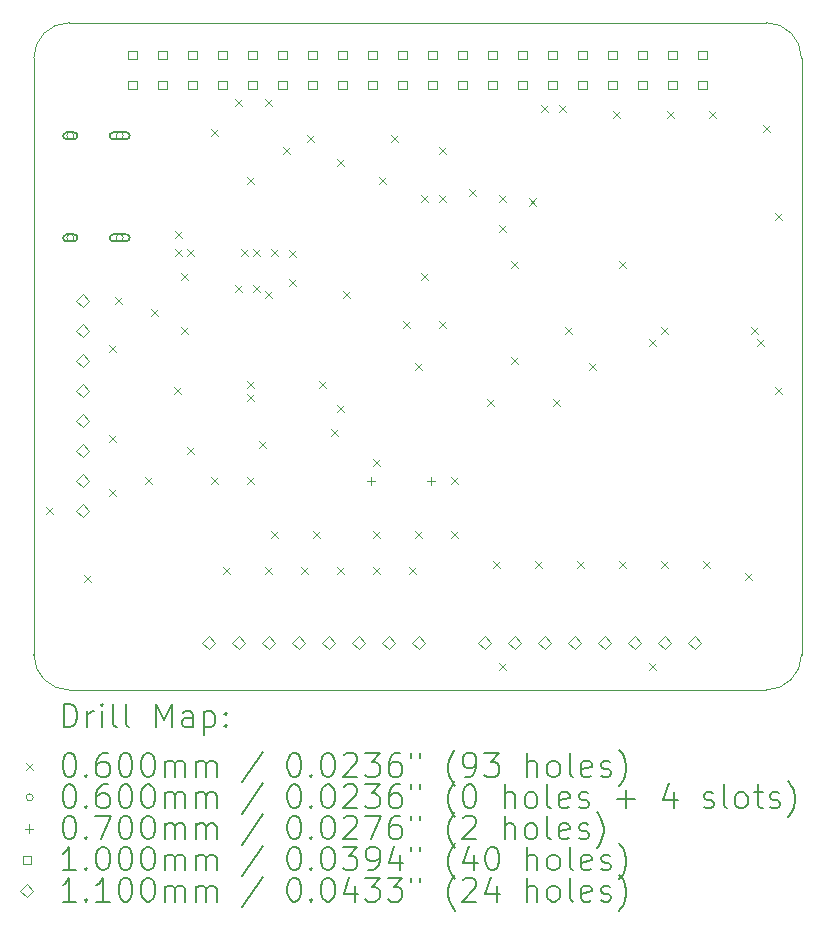
<source format=gbr>
%FSLAX45Y45*%
G04 Gerber Fmt 4.5, Leading zero omitted, Abs format (unit mm)*
G04 Created by KiCad (PCBNEW (6.0.6)) date 2022-10-22 01:16:24*
%MOMM*%
%LPD*%
G01*
G04 APERTURE LIST*
%TA.AperFunction,Profile*%
%ADD10C,0.100000*%
%TD*%
%ADD11C,0.200000*%
%ADD12C,0.060000*%
%ADD13C,0.070000*%
%ADD14C,0.100000*%
%ADD15C,0.110000*%
G04 APERTURE END LIST*
D10*
X16200000Y-4350000D02*
X10300000Y-4350000D01*
X10000000Y-9700000D02*
G75*
G03*
X10300000Y-10000000I300000J0D01*
G01*
X16500000Y-9700000D02*
X16500000Y-4650000D01*
X10300000Y-4350000D02*
G75*
G03*
X10000000Y-4650000I0J-300000D01*
G01*
X10000000Y-4650000D02*
X10000000Y-9700000D01*
X16200000Y-10000000D02*
G75*
G03*
X16500000Y-9700000I0J300000D01*
G01*
X16500000Y-4650000D02*
G75*
G03*
X16200000Y-4350000I-300000J0D01*
G01*
X10300000Y-10000000D02*
X16200000Y-10000000D01*
D11*
D12*
X10104600Y-8453600D02*
X10164600Y-8513600D01*
X10164600Y-8453600D02*
X10104600Y-8513600D01*
X10422100Y-9025100D02*
X10482100Y-9085100D01*
X10482100Y-9025100D02*
X10422100Y-9085100D01*
X10638000Y-7082000D02*
X10698000Y-7142000D01*
X10698000Y-7082000D02*
X10638000Y-7142000D01*
X10638000Y-7844000D02*
X10698000Y-7904000D01*
X10698000Y-7844000D02*
X10638000Y-7904000D01*
X10638000Y-8301200D02*
X10698000Y-8361200D01*
X10698000Y-8301200D02*
X10638000Y-8361200D01*
X10688800Y-6675600D02*
X10748800Y-6735600D01*
X10748800Y-6675600D02*
X10688800Y-6735600D01*
X10942800Y-8199600D02*
X11002800Y-8259600D01*
X11002800Y-8199600D02*
X10942800Y-8259600D01*
X10993600Y-6777200D02*
X11053600Y-6837200D01*
X11053600Y-6777200D02*
X10993600Y-6837200D01*
X11183996Y-7437600D02*
X11243996Y-7497600D01*
X11243996Y-7437600D02*
X11183996Y-7497600D01*
X11196800Y-6116800D02*
X11256800Y-6176800D01*
X11256800Y-6116800D02*
X11196800Y-6176800D01*
X11196800Y-6269200D02*
X11256800Y-6329200D01*
X11256800Y-6269200D02*
X11196800Y-6329200D01*
X11247600Y-6472400D02*
X11307600Y-6532400D01*
X11307600Y-6472400D02*
X11247600Y-6532400D01*
X11247600Y-6929600D02*
X11307600Y-6989600D01*
X11307600Y-6929600D02*
X11247600Y-6989600D01*
X11298400Y-6269200D02*
X11358400Y-6329200D01*
X11358400Y-6269200D02*
X11298400Y-6329200D01*
X11298400Y-7945600D02*
X11358400Y-8005600D01*
X11358400Y-7945600D02*
X11298400Y-8005600D01*
X11501600Y-5253200D02*
X11561600Y-5313200D01*
X11561600Y-5253200D02*
X11501600Y-5313200D01*
X11501600Y-8199600D02*
X11561600Y-8259600D01*
X11561600Y-8199600D02*
X11501600Y-8259600D01*
X11603200Y-8961600D02*
X11663200Y-9021600D01*
X11663200Y-8961600D02*
X11603200Y-9021600D01*
X11704800Y-4999200D02*
X11764800Y-5059200D01*
X11764800Y-4999200D02*
X11704800Y-5059200D01*
X11704800Y-6574000D02*
X11764800Y-6634000D01*
X11764800Y-6574000D02*
X11704800Y-6634000D01*
X11755600Y-6269200D02*
X11815600Y-6329200D01*
X11815600Y-6269200D02*
X11755600Y-6329200D01*
X11806400Y-5659600D02*
X11866400Y-5719600D01*
X11866400Y-5659600D02*
X11806400Y-5719600D01*
X11806400Y-7386800D02*
X11866400Y-7446800D01*
X11866400Y-7386800D02*
X11806400Y-7446800D01*
X11806400Y-7496750D02*
X11866400Y-7556750D01*
X11866400Y-7496750D02*
X11806400Y-7556750D01*
X11806400Y-8199600D02*
X11866400Y-8259600D01*
X11866400Y-8199600D02*
X11806400Y-8259600D01*
X11857200Y-6269200D02*
X11917200Y-6329200D01*
X11917200Y-6269200D02*
X11857200Y-6329200D01*
X11857200Y-6574000D02*
X11917200Y-6634000D01*
X11917200Y-6574000D02*
X11857200Y-6634000D01*
X11908000Y-7894800D02*
X11968000Y-7954800D01*
X11968000Y-7894800D02*
X11908000Y-7954800D01*
X11958800Y-4999200D02*
X12018800Y-5059200D01*
X12018800Y-4999200D02*
X11958800Y-5059200D01*
X11958800Y-6624800D02*
X12018800Y-6684800D01*
X12018800Y-6624800D02*
X11958800Y-6684800D01*
X11958800Y-8961600D02*
X12018800Y-9021600D01*
X12018800Y-8961600D02*
X11958800Y-9021600D01*
X12009600Y-6269200D02*
X12069600Y-6329200D01*
X12069600Y-6269200D02*
X12009600Y-6329200D01*
X12009600Y-8656800D02*
X12069600Y-8716800D01*
X12069600Y-8656800D02*
X12009600Y-8716800D01*
X12111200Y-5405600D02*
X12171200Y-5465600D01*
X12171200Y-5405600D02*
X12111200Y-5465600D01*
X12159802Y-6271398D02*
X12219802Y-6331398D01*
X12219802Y-6271398D02*
X12159802Y-6331398D01*
X12162000Y-6523200D02*
X12222000Y-6583200D01*
X12222000Y-6523200D02*
X12162000Y-6583200D01*
X12263600Y-8961600D02*
X12323600Y-9021600D01*
X12323600Y-8961600D02*
X12263600Y-9021600D01*
X12314400Y-5304000D02*
X12374400Y-5364000D01*
X12374400Y-5304000D02*
X12314400Y-5364000D01*
X12365200Y-8656800D02*
X12425200Y-8716800D01*
X12425200Y-8656800D02*
X12365200Y-8716800D01*
X12416000Y-7386800D02*
X12476000Y-7446800D01*
X12476000Y-7386800D02*
X12416000Y-7446800D01*
X12517600Y-7793200D02*
X12577600Y-7853200D01*
X12577600Y-7793200D02*
X12517600Y-7853200D01*
X12568400Y-5507200D02*
X12628400Y-5567200D01*
X12628400Y-5507200D02*
X12568400Y-5567200D01*
X12568400Y-7590000D02*
X12628400Y-7650000D01*
X12628400Y-7590000D02*
X12568400Y-7650000D01*
X12568400Y-8961600D02*
X12628400Y-9021600D01*
X12628400Y-8961600D02*
X12568400Y-9021600D01*
X12619200Y-6624800D02*
X12679200Y-6684800D01*
X12679200Y-6624800D02*
X12619200Y-6684800D01*
X12873200Y-8047200D02*
X12933200Y-8107200D01*
X12933200Y-8047200D02*
X12873200Y-8107200D01*
X12873200Y-8656800D02*
X12933200Y-8716800D01*
X12933200Y-8656800D02*
X12873200Y-8716800D01*
X12873200Y-8961600D02*
X12933200Y-9021600D01*
X12933200Y-8961600D02*
X12873200Y-9021600D01*
X12924000Y-5659600D02*
X12984000Y-5719600D01*
X12984000Y-5659600D02*
X12924000Y-5719600D01*
X13025600Y-5304000D02*
X13085600Y-5364000D01*
X13085600Y-5304000D02*
X13025600Y-5364000D01*
X13126791Y-6878800D02*
X13186791Y-6938800D01*
X13186791Y-6878800D02*
X13126791Y-6938800D01*
X13178000Y-8961600D02*
X13238000Y-9021600D01*
X13238000Y-8961600D02*
X13178000Y-9021600D01*
X13228391Y-7234400D02*
X13288391Y-7294400D01*
X13288391Y-7234400D02*
X13228391Y-7294400D01*
X13228800Y-8656800D02*
X13288800Y-8716800D01*
X13288800Y-8656800D02*
X13228800Y-8716800D01*
X13279600Y-5812000D02*
X13339600Y-5872000D01*
X13339600Y-5812000D02*
X13279600Y-5872000D01*
X13279600Y-6472400D02*
X13339600Y-6532400D01*
X13339600Y-6472400D02*
X13279600Y-6532400D01*
X13431591Y-6878800D02*
X13491591Y-6938800D01*
X13491591Y-6878800D02*
X13431591Y-6938800D01*
X13432000Y-5405600D02*
X13492000Y-5465600D01*
X13492000Y-5405600D02*
X13432000Y-5465600D01*
X13432000Y-5812000D02*
X13492000Y-5872000D01*
X13492000Y-5812000D02*
X13432000Y-5872000D01*
X13533600Y-8199600D02*
X13593600Y-8259600D01*
X13593600Y-8199600D02*
X13533600Y-8259600D01*
X13533600Y-8656800D02*
X13593600Y-8716800D01*
X13593600Y-8656800D02*
X13533600Y-8716800D01*
X13686000Y-5761200D02*
X13746000Y-5821200D01*
X13746000Y-5761200D02*
X13686000Y-5821200D01*
X13838400Y-7539200D02*
X13898400Y-7599200D01*
X13898400Y-7539200D02*
X13838400Y-7599200D01*
X13889200Y-8910800D02*
X13949200Y-8970800D01*
X13949200Y-8910800D02*
X13889200Y-8970800D01*
X13940000Y-5812000D02*
X14000000Y-5872000D01*
X14000000Y-5812000D02*
X13940000Y-5872000D01*
X13940000Y-6066000D02*
X14000000Y-6126000D01*
X14000000Y-6066000D02*
X13940000Y-6126000D01*
X13940000Y-9774400D02*
X14000000Y-9834400D01*
X14000000Y-9774400D02*
X13940000Y-9834400D01*
X14041600Y-6370800D02*
X14101600Y-6430800D01*
X14101600Y-6370800D02*
X14041600Y-6430800D01*
X14041600Y-7183600D02*
X14101600Y-7243600D01*
X14101600Y-7183600D02*
X14041600Y-7243600D01*
X14194000Y-5838650D02*
X14254000Y-5898650D01*
X14254000Y-5838650D02*
X14194000Y-5898650D01*
X14244800Y-8910800D02*
X14304800Y-8970800D01*
X14304800Y-8910800D02*
X14244800Y-8970800D01*
X14295600Y-5050000D02*
X14355600Y-5110000D01*
X14355600Y-5050000D02*
X14295600Y-5110000D01*
X14397200Y-7539200D02*
X14457200Y-7599200D01*
X14457200Y-7539200D02*
X14397200Y-7599200D01*
X14448000Y-5050000D02*
X14508000Y-5110000D01*
X14508000Y-5050000D02*
X14448000Y-5110000D01*
X14498800Y-6929600D02*
X14558800Y-6989600D01*
X14558800Y-6929600D02*
X14498800Y-6989600D01*
X14600400Y-8910800D02*
X14660400Y-8970800D01*
X14660400Y-8910800D02*
X14600400Y-8970800D01*
X14702000Y-7234400D02*
X14762000Y-7294400D01*
X14762000Y-7234400D02*
X14702000Y-7294400D01*
X14905200Y-5100800D02*
X14965200Y-5160800D01*
X14965200Y-5100800D02*
X14905200Y-5160800D01*
X14956000Y-6370800D02*
X15016000Y-6430800D01*
X15016000Y-6370800D02*
X14956000Y-6430800D01*
X14956000Y-8910800D02*
X15016000Y-8970800D01*
X15016000Y-8910800D02*
X14956000Y-8970800D01*
X15210000Y-7031200D02*
X15270000Y-7091200D01*
X15270000Y-7031200D02*
X15210000Y-7091200D01*
X15210000Y-9774400D02*
X15270000Y-9834400D01*
X15270000Y-9774400D02*
X15210000Y-9834400D01*
X15311600Y-6929600D02*
X15371600Y-6989600D01*
X15371600Y-6929600D02*
X15311600Y-6989600D01*
X15311600Y-8910800D02*
X15371600Y-8970800D01*
X15371600Y-8910800D02*
X15311600Y-8970800D01*
X15362400Y-5100800D02*
X15422400Y-5160800D01*
X15422400Y-5100800D02*
X15362400Y-5160800D01*
X15667200Y-8910800D02*
X15727200Y-8970800D01*
X15727200Y-8910800D02*
X15667200Y-8970800D01*
X15718000Y-5100800D02*
X15778000Y-5160800D01*
X15778000Y-5100800D02*
X15718000Y-5160800D01*
X16022800Y-9012400D02*
X16082800Y-9072400D01*
X16082800Y-9012400D02*
X16022800Y-9072400D01*
X16073600Y-6929600D02*
X16133600Y-6989600D01*
X16133600Y-6929600D02*
X16073600Y-6989600D01*
X16124400Y-7031200D02*
X16184400Y-7091200D01*
X16184400Y-7031200D02*
X16124400Y-7091200D01*
X16175200Y-5215100D02*
X16235200Y-5275100D01*
X16235200Y-5215100D02*
X16175200Y-5275100D01*
X16276800Y-5964400D02*
X16336800Y-6024400D01*
X16336800Y-5964400D02*
X16276800Y-6024400D01*
X16276800Y-7437600D02*
X16336800Y-7497600D01*
X16336800Y-7437600D02*
X16276800Y-7497600D01*
X10339000Y-5308400D02*
G75*
G03*
X10339000Y-5308400I-30000J0D01*
G01*
D11*
X10279000Y-5338400D02*
X10339000Y-5338400D01*
X10279000Y-5278400D02*
X10339000Y-5278400D01*
X10339000Y-5338400D02*
G75*
G03*
X10339000Y-5278400I0J30000D01*
G01*
X10279000Y-5278400D02*
G75*
G03*
X10279000Y-5338400I0J-30000D01*
G01*
D12*
X10339000Y-6172400D02*
G75*
G03*
X10339000Y-6172400I-30000J0D01*
G01*
D11*
X10279000Y-6202400D02*
X10339000Y-6202400D01*
X10279000Y-6142400D02*
X10339000Y-6142400D01*
X10339000Y-6202400D02*
G75*
G03*
X10339000Y-6142400I0J30000D01*
G01*
X10279000Y-6142400D02*
G75*
G03*
X10279000Y-6202400I0J-30000D01*
G01*
D12*
X10757000Y-5308400D02*
G75*
G03*
X10757000Y-5308400I-30000J0D01*
G01*
D11*
X10672000Y-5338400D02*
X10782000Y-5338400D01*
X10672000Y-5278400D02*
X10782000Y-5278400D01*
X10782000Y-5338400D02*
G75*
G03*
X10782000Y-5278400I0J30000D01*
G01*
X10672000Y-5278400D02*
G75*
G03*
X10672000Y-5338400I0J-30000D01*
G01*
D12*
X10757000Y-6172400D02*
G75*
G03*
X10757000Y-6172400I-30000J0D01*
G01*
D11*
X10672000Y-6202400D02*
X10782000Y-6202400D01*
X10672000Y-6142400D02*
X10782000Y-6142400D01*
X10782000Y-6202400D02*
G75*
G03*
X10782000Y-6142400I0J30000D01*
G01*
X10672000Y-6142400D02*
G75*
G03*
X10672000Y-6202400I0J-30000D01*
G01*
D13*
X12852400Y-8194600D02*
X12852400Y-8264600D01*
X12817400Y-8229600D02*
X12887400Y-8229600D01*
X13360400Y-8194600D02*
X13360400Y-8264600D01*
X13325400Y-8229600D02*
X13395400Y-8229600D01*
D14*
X10872356Y-4658356D02*
X10872356Y-4587644D01*
X10801644Y-4587644D01*
X10801644Y-4658356D01*
X10872356Y-4658356D01*
X10872356Y-4912356D02*
X10872356Y-4841644D01*
X10801644Y-4841644D01*
X10801644Y-4912356D01*
X10872356Y-4912356D01*
X11126356Y-4658356D02*
X11126356Y-4587644D01*
X11055644Y-4587644D01*
X11055644Y-4658356D01*
X11126356Y-4658356D01*
X11126356Y-4912356D02*
X11126356Y-4841644D01*
X11055644Y-4841644D01*
X11055644Y-4912356D01*
X11126356Y-4912356D01*
X11380356Y-4658356D02*
X11380356Y-4587644D01*
X11309644Y-4587644D01*
X11309644Y-4658356D01*
X11380356Y-4658356D01*
X11380356Y-4912356D02*
X11380356Y-4841644D01*
X11309644Y-4841644D01*
X11309644Y-4912356D01*
X11380356Y-4912356D01*
X11634356Y-4658356D02*
X11634356Y-4587644D01*
X11563644Y-4587644D01*
X11563644Y-4658356D01*
X11634356Y-4658356D01*
X11634356Y-4912356D02*
X11634356Y-4841644D01*
X11563644Y-4841644D01*
X11563644Y-4912356D01*
X11634356Y-4912356D01*
X11888356Y-4658356D02*
X11888356Y-4587644D01*
X11817644Y-4587644D01*
X11817644Y-4658356D01*
X11888356Y-4658356D01*
X11888356Y-4912356D02*
X11888356Y-4841644D01*
X11817644Y-4841644D01*
X11817644Y-4912356D01*
X11888356Y-4912356D01*
X12142356Y-4658356D02*
X12142356Y-4587644D01*
X12071644Y-4587644D01*
X12071644Y-4658356D01*
X12142356Y-4658356D01*
X12142356Y-4912356D02*
X12142356Y-4841644D01*
X12071644Y-4841644D01*
X12071644Y-4912356D01*
X12142356Y-4912356D01*
X12396356Y-4658356D02*
X12396356Y-4587644D01*
X12325644Y-4587644D01*
X12325644Y-4658356D01*
X12396356Y-4658356D01*
X12396356Y-4912356D02*
X12396356Y-4841644D01*
X12325644Y-4841644D01*
X12325644Y-4912356D01*
X12396356Y-4912356D01*
X12650356Y-4658356D02*
X12650356Y-4587644D01*
X12579644Y-4587644D01*
X12579644Y-4658356D01*
X12650356Y-4658356D01*
X12650356Y-4912356D02*
X12650356Y-4841644D01*
X12579644Y-4841644D01*
X12579644Y-4912356D01*
X12650356Y-4912356D01*
X12904356Y-4658356D02*
X12904356Y-4587644D01*
X12833644Y-4587644D01*
X12833644Y-4658356D01*
X12904356Y-4658356D01*
X12904356Y-4912356D02*
X12904356Y-4841644D01*
X12833644Y-4841644D01*
X12833644Y-4912356D01*
X12904356Y-4912356D01*
X13158356Y-4658356D02*
X13158356Y-4587644D01*
X13087644Y-4587644D01*
X13087644Y-4658356D01*
X13158356Y-4658356D01*
X13158356Y-4912356D02*
X13158356Y-4841644D01*
X13087644Y-4841644D01*
X13087644Y-4912356D01*
X13158356Y-4912356D01*
X13412356Y-4658356D02*
X13412356Y-4587644D01*
X13341644Y-4587644D01*
X13341644Y-4658356D01*
X13412356Y-4658356D01*
X13412356Y-4912356D02*
X13412356Y-4841644D01*
X13341644Y-4841644D01*
X13341644Y-4912356D01*
X13412356Y-4912356D01*
X13666356Y-4658356D02*
X13666356Y-4587644D01*
X13595644Y-4587644D01*
X13595644Y-4658356D01*
X13666356Y-4658356D01*
X13666356Y-4912356D02*
X13666356Y-4841644D01*
X13595644Y-4841644D01*
X13595644Y-4912356D01*
X13666356Y-4912356D01*
X13920356Y-4658356D02*
X13920356Y-4587644D01*
X13849644Y-4587644D01*
X13849644Y-4658356D01*
X13920356Y-4658356D01*
X13920356Y-4912356D02*
X13920356Y-4841644D01*
X13849644Y-4841644D01*
X13849644Y-4912356D01*
X13920356Y-4912356D01*
X14174356Y-4658356D02*
X14174356Y-4587644D01*
X14103644Y-4587644D01*
X14103644Y-4658356D01*
X14174356Y-4658356D01*
X14174356Y-4912356D02*
X14174356Y-4841644D01*
X14103644Y-4841644D01*
X14103644Y-4912356D01*
X14174356Y-4912356D01*
X14428356Y-4658356D02*
X14428356Y-4587644D01*
X14357644Y-4587644D01*
X14357644Y-4658356D01*
X14428356Y-4658356D01*
X14428356Y-4912356D02*
X14428356Y-4841644D01*
X14357644Y-4841644D01*
X14357644Y-4912356D01*
X14428356Y-4912356D01*
X14682356Y-4658356D02*
X14682356Y-4587644D01*
X14611644Y-4587644D01*
X14611644Y-4658356D01*
X14682356Y-4658356D01*
X14682356Y-4912356D02*
X14682356Y-4841644D01*
X14611644Y-4841644D01*
X14611644Y-4912356D01*
X14682356Y-4912356D01*
X14936356Y-4658356D02*
X14936356Y-4587644D01*
X14865644Y-4587644D01*
X14865644Y-4658356D01*
X14936356Y-4658356D01*
X14936356Y-4912356D02*
X14936356Y-4841644D01*
X14865644Y-4841644D01*
X14865644Y-4912356D01*
X14936356Y-4912356D01*
X15190356Y-4658356D02*
X15190356Y-4587644D01*
X15119644Y-4587644D01*
X15119644Y-4658356D01*
X15190356Y-4658356D01*
X15190356Y-4912356D02*
X15190356Y-4841644D01*
X15119644Y-4841644D01*
X15119644Y-4912356D01*
X15190356Y-4912356D01*
X15444356Y-4658356D02*
X15444356Y-4587644D01*
X15373644Y-4587644D01*
X15373644Y-4658356D01*
X15444356Y-4658356D01*
X15444356Y-4912356D02*
X15444356Y-4841644D01*
X15373644Y-4841644D01*
X15373644Y-4912356D01*
X15444356Y-4912356D01*
X15698356Y-4658356D02*
X15698356Y-4587644D01*
X15627644Y-4587644D01*
X15627644Y-4658356D01*
X15698356Y-4658356D01*
X15698356Y-4912356D02*
X15698356Y-4841644D01*
X15627644Y-4841644D01*
X15627644Y-4912356D01*
X15698356Y-4912356D01*
D15*
X10414000Y-6760600D02*
X10469000Y-6705600D01*
X10414000Y-6650600D01*
X10359000Y-6705600D01*
X10414000Y-6760600D01*
X10414000Y-7014600D02*
X10469000Y-6959600D01*
X10414000Y-6904600D01*
X10359000Y-6959600D01*
X10414000Y-7014600D01*
X10414000Y-7268600D02*
X10469000Y-7213600D01*
X10414000Y-7158600D01*
X10359000Y-7213600D01*
X10414000Y-7268600D01*
X10414000Y-7522600D02*
X10469000Y-7467600D01*
X10414000Y-7412600D01*
X10359000Y-7467600D01*
X10414000Y-7522600D01*
X10414000Y-7776600D02*
X10469000Y-7721600D01*
X10414000Y-7666600D01*
X10359000Y-7721600D01*
X10414000Y-7776600D01*
X10414000Y-8030600D02*
X10469000Y-7975600D01*
X10414000Y-7920600D01*
X10359000Y-7975600D01*
X10414000Y-8030600D01*
X10414000Y-8284600D02*
X10469000Y-8229600D01*
X10414000Y-8174600D01*
X10359000Y-8229600D01*
X10414000Y-8284600D01*
X10414000Y-8538600D02*
X10469000Y-8483600D01*
X10414000Y-8428600D01*
X10359000Y-8483600D01*
X10414000Y-8538600D01*
X11480800Y-9656200D02*
X11535800Y-9601200D01*
X11480800Y-9546200D01*
X11425800Y-9601200D01*
X11480800Y-9656200D01*
X11734800Y-9656200D02*
X11789800Y-9601200D01*
X11734800Y-9546200D01*
X11679800Y-9601200D01*
X11734800Y-9656200D01*
X11988800Y-9656200D02*
X12043800Y-9601200D01*
X11988800Y-9546200D01*
X11933800Y-9601200D01*
X11988800Y-9656200D01*
X12242800Y-9656200D02*
X12297800Y-9601200D01*
X12242800Y-9546200D01*
X12187800Y-9601200D01*
X12242800Y-9656200D01*
X12496800Y-9656200D02*
X12551800Y-9601200D01*
X12496800Y-9546200D01*
X12441800Y-9601200D01*
X12496800Y-9656200D01*
X12750800Y-9656200D02*
X12805800Y-9601200D01*
X12750800Y-9546200D01*
X12695800Y-9601200D01*
X12750800Y-9656200D01*
X13004800Y-9656200D02*
X13059800Y-9601200D01*
X13004800Y-9546200D01*
X12949800Y-9601200D01*
X13004800Y-9656200D01*
X13258800Y-9656200D02*
X13313800Y-9601200D01*
X13258800Y-9546200D01*
X13203800Y-9601200D01*
X13258800Y-9656200D01*
X13817600Y-9656200D02*
X13872600Y-9601200D01*
X13817600Y-9546200D01*
X13762600Y-9601200D01*
X13817600Y-9656200D01*
X14071600Y-9656200D02*
X14126600Y-9601200D01*
X14071600Y-9546200D01*
X14016600Y-9601200D01*
X14071600Y-9656200D01*
X14325600Y-9656200D02*
X14380600Y-9601200D01*
X14325600Y-9546200D01*
X14270600Y-9601200D01*
X14325600Y-9656200D01*
X14579600Y-9656200D02*
X14634600Y-9601200D01*
X14579600Y-9546200D01*
X14524600Y-9601200D01*
X14579600Y-9656200D01*
X14833600Y-9656200D02*
X14888600Y-9601200D01*
X14833600Y-9546200D01*
X14778600Y-9601200D01*
X14833600Y-9656200D01*
X15087600Y-9656200D02*
X15142600Y-9601200D01*
X15087600Y-9546200D01*
X15032600Y-9601200D01*
X15087600Y-9656200D01*
X15341600Y-9656200D02*
X15396600Y-9601200D01*
X15341600Y-9546200D01*
X15286600Y-9601200D01*
X15341600Y-9656200D01*
X15595600Y-9656200D02*
X15650600Y-9601200D01*
X15595600Y-9546200D01*
X15540600Y-9601200D01*
X15595600Y-9656200D01*
D11*
X10252619Y-10315476D02*
X10252619Y-10115476D01*
X10300238Y-10115476D01*
X10328810Y-10125000D01*
X10347857Y-10144048D01*
X10357381Y-10163095D01*
X10366905Y-10201190D01*
X10366905Y-10229762D01*
X10357381Y-10267857D01*
X10347857Y-10286905D01*
X10328810Y-10305952D01*
X10300238Y-10315476D01*
X10252619Y-10315476D01*
X10452619Y-10315476D02*
X10452619Y-10182143D01*
X10452619Y-10220238D02*
X10462143Y-10201190D01*
X10471667Y-10191667D01*
X10490714Y-10182143D01*
X10509762Y-10182143D01*
X10576429Y-10315476D02*
X10576429Y-10182143D01*
X10576429Y-10115476D02*
X10566905Y-10125000D01*
X10576429Y-10134524D01*
X10585952Y-10125000D01*
X10576429Y-10115476D01*
X10576429Y-10134524D01*
X10700238Y-10315476D02*
X10681190Y-10305952D01*
X10671667Y-10286905D01*
X10671667Y-10115476D01*
X10805000Y-10315476D02*
X10785952Y-10305952D01*
X10776429Y-10286905D01*
X10776429Y-10115476D01*
X11033571Y-10315476D02*
X11033571Y-10115476D01*
X11100238Y-10258333D01*
X11166905Y-10115476D01*
X11166905Y-10315476D01*
X11347857Y-10315476D02*
X11347857Y-10210714D01*
X11338333Y-10191667D01*
X11319286Y-10182143D01*
X11281190Y-10182143D01*
X11262143Y-10191667D01*
X11347857Y-10305952D02*
X11328809Y-10315476D01*
X11281190Y-10315476D01*
X11262143Y-10305952D01*
X11252619Y-10286905D01*
X11252619Y-10267857D01*
X11262143Y-10248810D01*
X11281190Y-10239286D01*
X11328809Y-10239286D01*
X11347857Y-10229762D01*
X11443095Y-10182143D02*
X11443095Y-10382143D01*
X11443095Y-10191667D02*
X11462143Y-10182143D01*
X11500238Y-10182143D01*
X11519286Y-10191667D01*
X11528809Y-10201190D01*
X11538333Y-10220238D01*
X11538333Y-10277381D01*
X11528809Y-10296429D01*
X11519286Y-10305952D01*
X11500238Y-10315476D01*
X11462143Y-10315476D01*
X11443095Y-10305952D01*
X11624048Y-10296429D02*
X11633571Y-10305952D01*
X11624048Y-10315476D01*
X11614524Y-10305952D01*
X11624048Y-10296429D01*
X11624048Y-10315476D01*
X11624048Y-10191667D02*
X11633571Y-10201190D01*
X11624048Y-10210714D01*
X11614524Y-10201190D01*
X11624048Y-10191667D01*
X11624048Y-10210714D01*
D12*
X9935000Y-10615000D02*
X9995000Y-10675000D01*
X9995000Y-10615000D02*
X9935000Y-10675000D01*
D11*
X10290714Y-10535476D02*
X10309762Y-10535476D01*
X10328810Y-10545000D01*
X10338333Y-10554524D01*
X10347857Y-10573571D01*
X10357381Y-10611667D01*
X10357381Y-10659286D01*
X10347857Y-10697381D01*
X10338333Y-10716429D01*
X10328810Y-10725952D01*
X10309762Y-10735476D01*
X10290714Y-10735476D01*
X10271667Y-10725952D01*
X10262143Y-10716429D01*
X10252619Y-10697381D01*
X10243095Y-10659286D01*
X10243095Y-10611667D01*
X10252619Y-10573571D01*
X10262143Y-10554524D01*
X10271667Y-10545000D01*
X10290714Y-10535476D01*
X10443095Y-10716429D02*
X10452619Y-10725952D01*
X10443095Y-10735476D01*
X10433571Y-10725952D01*
X10443095Y-10716429D01*
X10443095Y-10735476D01*
X10624048Y-10535476D02*
X10585952Y-10535476D01*
X10566905Y-10545000D01*
X10557381Y-10554524D01*
X10538333Y-10583095D01*
X10528810Y-10621190D01*
X10528810Y-10697381D01*
X10538333Y-10716429D01*
X10547857Y-10725952D01*
X10566905Y-10735476D01*
X10605000Y-10735476D01*
X10624048Y-10725952D01*
X10633571Y-10716429D01*
X10643095Y-10697381D01*
X10643095Y-10649762D01*
X10633571Y-10630714D01*
X10624048Y-10621190D01*
X10605000Y-10611667D01*
X10566905Y-10611667D01*
X10547857Y-10621190D01*
X10538333Y-10630714D01*
X10528810Y-10649762D01*
X10766905Y-10535476D02*
X10785952Y-10535476D01*
X10805000Y-10545000D01*
X10814524Y-10554524D01*
X10824048Y-10573571D01*
X10833571Y-10611667D01*
X10833571Y-10659286D01*
X10824048Y-10697381D01*
X10814524Y-10716429D01*
X10805000Y-10725952D01*
X10785952Y-10735476D01*
X10766905Y-10735476D01*
X10747857Y-10725952D01*
X10738333Y-10716429D01*
X10728810Y-10697381D01*
X10719286Y-10659286D01*
X10719286Y-10611667D01*
X10728810Y-10573571D01*
X10738333Y-10554524D01*
X10747857Y-10545000D01*
X10766905Y-10535476D01*
X10957381Y-10535476D02*
X10976429Y-10535476D01*
X10995476Y-10545000D01*
X11005000Y-10554524D01*
X11014524Y-10573571D01*
X11024048Y-10611667D01*
X11024048Y-10659286D01*
X11014524Y-10697381D01*
X11005000Y-10716429D01*
X10995476Y-10725952D01*
X10976429Y-10735476D01*
X10957381Y-10735476D01*
X10938333Y-10725952D01*
X10928810Y-10716429D01*
X10919286Y-10697381D01*
X10909762Y-10659286D01*
X10909762Y-10611667D01*
X10919286Y-10573571D01*
X10928810Y-10554524D01*
X10938333Y-10545000D01*
X10957381Y-10535476D01*
X11109762Y-10735476D02*
X11109762Y-10602143D01*
X11109762Y-10621190D02*
X11119286Y-10611667D01*
X11138333Y-10602143D01*
X11166905Y-10602143D01*
X11185952Y-10611667D01*
X11195476Y-10630714D01*
X11195476Y-10735476D01*
X11195476Y-10630714D02*
X11205000Y-10611667D01*
X11224048Y-10602143D01*
X11252619Y-10602143D01*
X11271667Y-10611667D01*
X11281190Y-10630714D01*
X11281190Y-10735476D01*
X11376428Y-10735476D02*
X11376428Y-10602143D01*
X11376428Y-10621190D02*
X11385952Y-10611667D01*
X11405000Y-10602143D01*
X11433571Y-10602143D01*
X11452619Y-10611667D01*
X11462143Y-10630714D01*
X11462143Y-10735476D01*
X11462143Y-10630714D02*
X11471667Y-10611667D01*
X11490714Y-10602143D01*
X11519286Y-10602143D01*
X11538333Y-10611667D01*
X11547857Y-10630714D01*
X11547857Y-10735476D01*
X11938333Y-10525952D02*
X11766905Y-10783095D01*
X12195476Y-10535476D02*
X12214524Y-10535476D01*
X12233571Y-10545000D01*
X12243095Y-10554524D01*
X12252619Y-10573571D01*
X12262143Y-10611667D01*
X12262143Y-10659286D01*
X12252619Y-10697381D01*
X12243095Y-10716429D01*
X12233571Y-10725952D01*
X12214524Y-10735476D01*
X12195476Y-10735476D01*
X12176428Y-10725952D01*
X12166905Y-10716429D01*
X12157381Y-10697381D01*
X12147857Y-10659286D01*
X12147857Y-10611667D01*
X12157381Y-10573571D01*
X12166905Y-10554524D01*
X12176428Y-10545000D01*
X12195476Y-10535476D01*
X12347857Y-10716429D02*
X12357381Y-10725952D01*
X12347857Y-10735476D01*
X12338333Y-10725952D01*
X12347857Y-10716429D01*
X12347857Y-10735476D01*
X12481190Y-10535476D02*
X12500238Y-10535476D01*
X12519286Y-10545000D01*
X12528809Y-10554524D01*
X12538333Y-10573571D01*
X12547857Y-10611667D01*
X12547857Y-10659286D01*
X12538333Y-10697381D01*
X12528809Y-10716429D01*
X12519286Y-10725952D01*
X12500238Y-10735476D01*
X12481190Y-10735476D01*
X12462143Y-10725952D01*
X12452619Y-10716429D01*
X12443095Y-10697381D01*
X12433571Y-10659286D01*
X12433571Y-10611667D01*
X12443095Y-10573571D01*
X12452619Y-10554524D01*
X12462143Y-10545000D01*
X12481190Y-10535476D01*
X12624048Y-10554524D02*
X12633571Y-10545000D01*
X12652619Y-10535476D01*
X12700238Y-10535476D01*
X12719286Y-10545000D01*
X12728809Y-10554524D01*
X12738333Y-10573571D01*
X12738333Y-10592619D01*
X12728809Y-10621190D01*
X12614524Y-10735476D01*
X12738333Y-10735476D01*
X12805000Y-10535476D02*
X12928809Y-10535476D01*
X12862143Y-10611667D01*
X12890714Y-10611667D01*
X12909762Y-10621190D01*
X12919286Y-10630714D01*
X12928809Y-10649762D01*
X12928809Y-10697381D01*
X12919286Y-10716429D01*
X12909762Y-10725952D01*
X12890714Y-10735476D01*
X12833571Y-10735476D01*
X12814524Y-10725952D01*
X12805000Y-10716429D01*
X13100238Y-10535476D02*
X13062143Y-10535476D01*
X13043095Y-10545000D01*
X13033571Y-10554524D01*
X13014524Y-10583095D01*
X13005000Y-10621190D01*
X13005000Y-10697381D01*
X13014524Y-10716429D01*
X13024048Y-10725952D01*
X13043095Y-10735476D01*
X13081190Y-10735476D01*
X13100238Y-10725952D01*
X13109762Y-10716429D01*
X13119286Y-10697381D01*
X13119286Y-10649762D01*
X13109762Y-10630714D01*
X13100238Y-10621190D01*
X13081190Y-10611667D01*
X13043095Y-10611667D01*
X13024048Y-10621190D01*
X13014524Y-10630714D01*
X13005000Y-10649762D01*
X13195476Y-10535476D02*
X13195476Y-10573571D01*
X13271667Y-10535476D02*
X13271667Y-10573571D01*
X13566905Y-10811667D02*
X13557381Y-10802143D01*
X13538333Y-10773571D01*
X13528809Y-10754524D01*
X13519286Y-10725952D01*
X13509762Y-10678333D01*
X13509762Y-10640238D01*
X13519286Y-10592619D01*
X13528809Y-10564048D01*
X13538333Y-10545000D01*
X13557381Y-10516429D01*
X13566905Y-10506905D01*
X13652619Y-10735476D02*
X13690714Y-10735476D01*
X13709762Y-10725952D01*
X13719286Y-10716429D01*
X13738333Y-10687857D01*
X13747857Y-10649762D01*
X13747857Y-10573571D01*
X13738333Y-10554524D01*
X13728809Y-10545000D01*
X13709762Y-10535476D01*
X13671667Y-10535476D01*
X13652619Y-10545000D01*
X13643095Y-10554524D01*
X13633571Y-10573571D01*
X13633571Y-10621190D01*
X13643095Y-10640238D01*
X13652619Y-10649762D01*
X13671667Y-10659286D01*
X13709762Y-10659286D01*
X13728809Y-10649762D01*
X13738333Y-10640238D01*
X13747857Y-10621190D01*
X13814524Y-10535476D02*
X13938333Y-10535476D01*
X13871667Y-10611667D01*
X13900238Y-10611667D01*
X13919286Y-10621190D01*
X13928809Y-10630714D01*
X13938333Y-10649762D01*
X13938333Y-10697381D01*
X13928809Y-10716429D01*
X13919286Y-10725952D01*
X13900238Y-10735476D01*
X13843095Y-10735476D01*
X13824048Y-10725952D01*
X13814524Y-10716429D01*
X14176428Y-10735476D02*
X14176428Y-10535476D01*
X14262143Y-10735476D02*
X14262143Y-10630714D01*
X14252619Y-10611667D01*
X14233571Y-10602143D01*
X14205000Y-10602143D01*
X14185952Y-10611667D01*
X14176428Y-10621190D01*
X14385952Y-10735476D02*
X14366905Y-10725952D01*
X14357381Y-10716429D01*
X14347857Y-10697381D01*
X14347857Y-10640238D01*
X14357381Y-10621190D01*
X14366905Y-10611667D01*
X14385952Y-10602143D01*
X14414524Y-10602143D01*
X14433571Y-10611667D01*
X14443095Y-10621190D01*
X14452619Y-10640238D01*
X14452619Y-10697381D01*
X14443095Y-10716429D01*
X14433571Y-10725952D01*
X14414524Y-10735476D01*
X14385952Y-10735476D01*
X14566905Y-10735476D02*
X14547857Y-10725952D01*
X14538333Y-10706905D01*
X14538333Y-10535476D01*
X14719286Y-10725952D02*
X14700238Y-10735476D01*
X14662143Y-10735476D01*
X14643095Y-10725952D01*
X14633571Y-10706905D01*
X14633571Y-10630714D01*
X14643095Y-10611667D01*
X14662143Y-10602143D01*
X14700238Y-10602143D01*
X14719286Y-10611667D01*
X14728809Y-10630714D01*
X14728809Y-10649762D01*
X14633571Y-10668810D01*
X14805000Y-10725952D02*
X14824048Y-10735476D01*
X14862143Y-10735476D01*
X14881190Y-10725952D01*
X14890714Y-10706905D01*
X14890714Y-10697381D01*
X14881190Y-10678333D01*
X14862143Y-10668810D01*
X14833571Y-10668810D01*
X14814524Y-10659286D01*
X14805000Y-10640238D01*
X14805000Y-10630714D01*
X14814524Y-10611667D01*
X14833571Y-10602143D01*
X14862143Y-10602143D01*
X14881190Y-10611667D01*
X14957381Y-10811667D02*
X14966905Y-10802143D01*
X14985952Y-10773571D01*
X14995476Y-10754524D01*
X15005000Y-10725952D01*
X15014524Y-10678333D01*
X15014524Y-10640238D01*
X15005000Y-10592619D01*
X14995476Y-10564048D01*
X14985952Y-10545000D01*
X14966905Y-10516429D01*
X14957381Y-10506905D01*
D12*
X9995000Y-10909000D02*
G75*
G03*
X9995000Y-10909000I-30000J0D01*
G01*
D11*
X10290714Y-10799476D02*
X10309762Y-10799476D01*
X10328810Y-10809000D01*
X10338333Y-10818524D01*
X10347857Y-10837571D01*
X10357381Y-10875667D01*
X10357381Y-10923286D01*
X10347857Y-10961381D01*
X10338333Y-10980429D01*
X10328810Y-10989952D01*
X10309762Y-10999476D01*
X10290714Y-10999476D01*
X10271667Y-10989952D01*
X10262143Y-10980429D01*
X10252619Y-10961381D01*
X10243095Y-10923286D01*
X10243095Y-10875667D01*
X10252619Y-10837571D01*
X10262143Y-10818524D01*
X10271667Y-10809000D01*
X10290714Y-10799476D01*
X10443095Y-10980429D02*
X10452619Y-10989952D01*
X10443095Y-10999476D01*
X10433571Y-10989952D01*
X10443095Y-10980429D01*
X10443095Y-10999476D01*
X10624048Y-10799476D02*
X10585952Y-10799476D01*
X10566905Y-10809000D01*
X10557381Y-10818524D01*
X10538333Y-10847095D01*
X10528810Y-10885190D01*
X10528810Y-10961381D01*
X10538333Y-10980429D01*
X10547857Y-10989952D01*
X10566905Y-10999476D01*
X10605000Y-10999476D01*
X10624048Y-10989952D01*
X10633571Y-10980429D01*
X10643095Y-10961381D01*
X10643095Y-10913762D01*
X10633571Y-10894714D01*
X10624048Y-10885190D01*
X10605000Y-10875667D01*
X10566905Y-10875667D01*
X10547857Y-10885190D01*
X10538333Y-10894714D01*
X10528810Y-10913762D01*
X10766905Y-10799476D02*
X10785952Y-10799476D01*
X10805000Y-10809000D01*
X10814524Y-10818524D01*
X10824048Y-10837571D01*
X10833571Y-10875667D01*
X10833571Y-10923286D01*
X10824048Y-10961381D01*
X10814524Y-10980429D01*
X10805000Y-10989952D01*
X10785952Y-10999476D01*
X10766905Y-10999476D01*
X10747857Y-10989952D01*
X10738333Y-10980429D01*
X10728810Y-10961381D01*
X10719286Y-10923286D01*
X10719286Y-10875667D01*
X10728810Y-10837571D01*
X10738333Y-10818524D01*
X10747857Y-10809000D01*
X10766905Y-10799476D01*
X10957381Y-10799476D02*
X10976429Y-10799476D01*
X10995476Y-10809000D01*
X11005000Y-10818524D01*
X11014524Y-10837571D01*
X11024048Y-10875667D01*
X11024048Y-10923286D01*
X11014524Y-10961381D01*
X11005000Y-10980429D01*
X10995476Y-10989952D01*
X10976429Y-10999476D01*
X10957381Y-10999476D01*
X10938333Y-10989952D01*
X10928810Y-10980429D01*
X10919286Y-10961381D01*
X10909762Y-10923286D01*
X10909762Y-10875667D01*
X10919286Y-10837571D01*
X10928810Y-10818524D01*
X10938333Y-10809000D01*
X10957381Y-10799476D01*
X11109762Y-10999476D02*
X11109762Y-10866143D01*
X11109762Y-10885190D02*
X11119286Y-10875667D01*
X11138333Y-10866143D01*
X11166905Y-10866143D01*
X11185952Y-10875667D01*
X11195476Y-10894714D01*
X11195476Y-10999476D01*
X11195476Y-10894714D02*
X11205000Y-10875667D01*
X11224048Y-10866143D01*
X11252619Y-10866143D01*
X11271667Y-10875667D01*
X11281190Y-10894714D01*
X11281190Y-10999476D01*
X11376428Y-10999476D02*
X11376428Y-10866143D01*
X11376428Y-10885190D02*
X11385952Y-10875667D01*
X11405000Y-10866143D01*
X11433571Y-10866143D01*
X11452619Y-10875667D01*
X11462143Y-10894714D01*
X11462143Y-10999476D01*
X11462143Y-10894714D02*
X11471667Y-10875667D01*
X11490714Y-10866143D01*
X11519286Y-10866143D01*
X11538333Y-10875667D01*
X11547857Y-10894714D01*
X11547857Y-10999476D01*
X11938333Y-10789952D02*
X11766905Y-11047095D01*
X12195476Y-10799476D02*
X12214524Y-10799476D01*
X12233571Y-10809000D01*
X12243095Y-10818524D01*
X12252619Y-10837571D01*
X12262143Y-10875667D01*
X12262143Y-10923286D01*
X12252619Y-10961381D01*
X12243095Y-10980429D01*
X12233571Y-10989952D01*
X12214524Y-10999476D01*
X12195476Y-10999476D01*
X12176428Y-10989952D01*
X12166905Y-10980429D01*
X12157381Y-10961381D01*
X12147857Y-10923286D01*
X12147857Y-10875667D01*
X12157381Y-10837571D01*
X12166905Y-10818524D01*
X12176428Y-10809000D01*
X12195476Y-10799476D01*
X12347857Y-10980429D02*
X12357381Y-10989952D01*
X12347857Y-10999476D01*
X12338333Y-10989952D01*
X12347857Y-10980429D01*
X12347857Y-10999476D01*
X12481190Y-10799476D02*
X12500238Y-10799476D01*
X12519286Y-10809000D01*
X12528809Y-10818524D01*
X12538333Y-10837571D01*
X12547857Y-10875667D01*
X12547857Y-10923286D01*
X12538333Y-10961381D01*
X12528809Y-10980429D01*
X12519286Y-10989952D01*
X12500238Y-10999476D01*
X12481190Y-10999476D01*
X12462143Y-10989952D01*
X12452619Y-10980429D01*
X12443095Y-10961381D01*
X12433571Y-10923286D01*
X12433571Y-10875667D01*
X12443095Y-10837571D01*
X12452619Y-10818524D01*
X12462143Y-10809000D01*
X12481190Y-10799476D01*
X12624048Y-10818524D02*
X12633571Y-10809000D01*
X12652619Y-10799476D01*
X12700238Y-10799476D01*
X12719286Y-10809000D01*
X12728809Y-10818524D01*
X12738333Y-10837571D01*
X12738333Y-10856619D01*
X12728809Y-10885190D01*
X12614524Y-10999476D01*
X12738333Y-10999476D01*
X12805000Y-10799476D02*
X12928809Y-10799476D01*
X12862143Y-10875667D01*
X12890714Y-10875667D01*
X12909762Y-10885190D01*
X12919286Y-10894714D01*
X12928809Y-10913762D01*
X12928809Y-10961381D01*
X12919286Y-10980429D01*
X12909762Y-10989952D01*
X12890714Y-10999476D01*
X12833571Y-10999476D01*
X12814524Y-10989952D01*
X12805000Y-10980429D01*
X13100238Y-10799476D02*
X13062143Y-10799476D01*
X13043095Y-10809000D01*
X13033571Y-10818524D01*
X13014524Y-10847095D01*
X13005000Y-10885190D01*
X13005000Y-10961381D01*
X13014524Y-10980429D01*
X13024048Y-10989952D01*
X13043095Y-10999476D01*
X13081190Y-10999476D01*
X13100238Y-10989952D01*
X13109762Y-10980429D01*
X13119286Y-10961381D01*
X13119286Y-10913762D01*
X13109762Y-10894714D01*
X13100238Y-10885190D01*
X13081190Y-10875667D01*
X13043095Y-10875667D01*
X13024048Y-10885190D01*
X13014524Y-10894714D01*
X13005000Y-10913762D01*
X13195476Y-10799476D02*
X13195476Y-10837571D01*
X13271667Y-10799476D02*
X13271667Y-10837571D01*
X13566905Y-11075667D02*
X13557381Y-11066143D01*
X13538333Y-11037571D01*
X13528809Y-11018524D01*
X13519286Y-10989952D01*
X13509762Y-10942333D01*
X13509762Y-10904238D01*
X13519286Y-10856619D01*
X13528809Y-10828048D01*
X13538333Y-10809000D01*
X13557381Y-10780429D01*
X13566905Y-10770905D01*
X13681190Y-10799476D02*
X13700238Y-10799476D01*
X13719286Y-10809000D01*
X13728809Y-10818524D01*
X13738333Y-10837571D01*
X13747857Y-10875667D01*
X13747857Y-10923286D01*
X13738333Y-10961381D01*
X13728809Y-10980429D01*
X13719286Y-10989952D01*
X13700238Y-10999476D01*
X13681190Y-10999476D01*
X13662143Y-10989952D01*
X13652619Y-10980429D01*
X13643095Y-10961381D01*
X13633571Y-10923286D01*
X13633571Y-10875667D01*
X13643095Y-10837571D01*
X13652619Y-10818524D01*
X13662143Y-10809000D01*
X13681190Y-10799476D01*
X13985952Y-10999476D02*
X13985952Y-10799476D01*
X14071667Y-10999476D02*
X14071667Y-10894714D01*
X14062143Y-10875667D01*
X14043095Y-10866143D01*
X14014524Y-10866143D01*
X13995476Y-10875667D01*
X13985952Y-10885190D01*
X14195476Y-10999476D02*
X14176428Y-10989952D01*
X14166905Y-10980429D01*
X14157381Y-10961381D01*
X14157381Y-10904238D01*
X14166905Y-10885190D01*
X14176428Y-10875667D01*
X14195476Y-10866143D01*
X14224048Y-10866143D01*
X14243095Y-10875667D01*
X14252619Y-10885190D01*
X14262143Y-10904238D01*
X14262143Y-10961381D01*
X14252619Y-10980429D01*
X14243095Y-10989952D01*
X14224048Y-10999476D01*
X14195476Y-10999476D01*
X14376428Y-10999476D02*
X14357381Y-10989952D01*
X14347857Y-10970905D01*
X14347857Y-10799476D01*
X14528809Y-10989952D02*
X14509762Y-10999476D01*
X14471667Y-10999476D01*
X14452619Y-10989952D01*
X14443095Y-10970905D01*
X14443095Y-10894714D01*
X14452619Y-10875667D01*
X14471667Y-10866143D01*
X14509762Y-10866143D01*
X14528809Y-10875667D01*
X14538333Y-10894714D01*
X14538333Y-10913762D01*
X14443095Y-10932810D01*
X14614524Y-10989952D02*
X14633571Y-10999476D01*
X14671667Y-10999476D01*
X14690714Y-10989952D01*
X14700238Y-10970905D01*
X14700238Y-10961381D01*
X14690714Y-10942333D01*
X14671667Y-10932810D01*
X14643095Y-10932810D01*
X14624048Y-10923286D01*
X14614524Y-10904238D01*
X14614524Y-10894714D01*
X14624048Y-10875667D01*
X14643095Y-10866143D01*
X14671667Y-10866143D01*
X14690714Y-10875667D01*
X14938333Y-10923286D02*
X15090714Y-10923286D01*
X15014524Y-10999476D02*
X15014524Y-10847095D01*
X15424048Y-10866143D02*
X15424048Y-10999476D01*
X15376428Y-10789952D02*
X15328809Y-10932810D01*
X15452619Y-10932810D01*
X15671667Y-10989952D02*
X15690714Y-10999476D01*
X15728809Y-10999476D01*
X15747857Y-10989952D01*
X15757381Y-10970905D01*
X15757381Y-10961381D01*
X15747857Y-10942333D01*
X15728809Y-10932810D01*
X15700238Y-10932810D01*
X15681190Y-10923286D01*
X15671667Y-10904238D01*
X15671667Y-10894714D01*
X15681190Y-10875667D01*
X15700238Y-10866143D01*
X15728809Y-10866143D01*
X15747857Y-10875667D01*
X15871667Y-10999476D02*
X15852619Y-10989952D01*
X15843095Y-10970905D01*
X15843095Y-10799476D01*
X15976428Y-10999476D02*
X15957381Y-10989952D01*
X15947857Y-10980429D01*
X15938333Y-10961381D01*
X15938333Y-10904238D01*
X15947857Y-10885190D01*
X15957381Y-10875667D01*
X15976428Y-10866143D01*
X16005000Y-10866143D01*
X16024048Y-10875667D01*
X16033571Y-10885190D01*
X16043095Y-10904238D01*
X16043095Y-10961381D01*
X16033571Y-10980429D01*
X16024048Y-10989952D01*
X16005000Y-10999476D01*
X15976428Y-10999476D01*
X16100238Y-10866143D02*
X16176428Y-10866143D01*
X16128809Y-10799476D02*
X16128809Y-10970905D01*
X16138333Y-10989952D01*
X16157381Y-10999476D01*
X16176428Y-10999476D01*
X16233571Y-10989952D02*
X16252619Y-10999476D01*
X16290714Y-10999476D01*
X16309762Y-10989952D01*
X16319286Y-10970905D01*
X16319286Y-10961381D01*
X16309762Y-10942333D01*
X16290714Y-10932810D01*
X16262143Y-10932810D01*
X16243095Y-10923286D01*
X16233571Y-10904238D01*
X16233571Y-10894714D01*
X16243095Y-10875667D01*
X16262143Y-10866143D01*
X16290714Y-10866143D01*
X16309762Y-10875667D01*
X16385952Y-11075667D02*
X16395476Y-11066143D01*
X16414524Y-11037571D01*
X16424048Y-11018524D01*
X16433571Y-10989952D01*
X16443095Y-10942333D01*
X16443095Y-10904238D01*
X16433571Y-10856619D01*
X16424048Y-10828048D01*
X16414524Y-10809000D01*
X16395476Y-10780429D01*
X16385952Y-10770905D01*
D13*
X9960000Y-11138000D02*
X9960000Y-11208000D01*
X9925000Y-11173000D02*
X9995000Y-11173000D01*
D11*
X10290714Y-11063476D02*
X10309762Y-11063476D01*
X10328810Y-11073000D01*
X10338333Y-11082524D01*
X10347857Y-11101571D01*
X10357381Y-11139667D01*
X10357381Y-11187286D01*
X10347857Y-11225381D01*
X10338333Y-11244428D01*
X10328810Y-11253952D01*
X10309762Y-11263476D01*
X10290714Y-11263476D01*
X10271667Y-11253952D01*
X10262143Y-11244428D01*
X10252619Y-11225381D01*
X10243095Y-11187286D01*
X10243095Y-11139667D01*
X10252619Y-11101571D01*
X10262143Y-11082524D01*
X10271667Y-11073000D01*
X10290714Y-11063476D01*
X10443095Y-11244428D02*
X10452619Y-11253952D01*
X10443095Y-11263476D01*
X10433571Y-11253952D01*
X10443095Y-11244428D01*
X10443095Y-11263476D01*
X10519286Y-11063476D02*
X10652619Y-11063476D01*
X10566905Y-11263476D01*
X10766905Y-11063476D02*
X10785952Y-11063476D01*
X10805000Y-11073000D01*
X10814524Y-11082524D01*
X10824048Y-11101571D01*
X10833571Y-11139667D01*
X10833571Y-11187286D01*
X10824048Y-11225381D01*
X10814524Y-11244428D01*
X10805000Y-11253952D01*
X10785952Y-11263476D01*
X10766905Y-11263476D01*
X10747857Y-11253952D01*
X10738333Y-11244428D01*
X10728810Y-11225381D01*
X10719286Y-11187286D01*
X10719286Y-11139667D01*
X10728810Y-11101571D01*
X10738333Y-11082524D01*
X10747857Y-11073000D01*
X10766905Y-11063476D01*
X10957381Y-11063476D02*
X10976429Y-11063476D01*
X10995476Y-11073000D01*
X11005000Y-11082524D01*
X11014524Y-11101571D01*
X11024048Y-11139667D01*
X11024048Y-11187286D01*
X11014524Y-11225381D01*
X11005000Y-11244428D01*
X10995476Y-11253952D01*
X10976429Y-11263476D01*
X10957381Y-11263476D01*
X10938333Y-11253952D01*
X10928810Y-11244428D01*
X10919286Y-11225381D01*
X10909762Y-11187286D01*
X10909762Y-11139667D01*
X10919286Y-11101571D01*
X10928810Y-11082524D01*
X10938333Y-11073000D01*
X10957381Y-11063476D01*
X11109762Y-11263476D02*
X11109762Y-11130143D01*
X11109762Y-11149190D02*
X11119286Y-11139667D01*
X11138333Y-11130143D01*
X11166905Y-11130143D01*
X11185952Y-11139667D01*
X11195476Y-11158714D01*
X11195476Y-11263476D01*
X11195476Y-11158714D02*
X11205000Y-11139667D01*
X11224048Y-11130143D01*
X11252619Y-11130143D01*
X11271667Y-11139667D01*
X11281190Y-11158714D01*
X11281190Y-11263476D01*
X11376428Y-11263476D02*
X11376428Y-11130143D01*
X11376428Y-11149190D02*
X11385952Y-11139667D01*
X11405000Y-11130143D01*
X11433571Y-11130143D01*
X11452619Y-11139667D01*
X11462143Y-11158714D01*
X11462143Y-11263476D01*
X11462143Y-11158714D02*
X11471667Y-11139667D01*
X11490714Y-11130143D01*
X11519286Y-11130143D01*
X11538333Y-11139667D01*
X11547857Y-11158714D01*
X11547857Y-11263476D01*
X11938333Y-11053952D02*
X11766905Y-11311095D01*
X12195476Y-11063476D02*
X12214524Y-11063476D01*
X12233571Y-11073000D01*
X12243095Y-11082524D01*
X12252619Y-11101571D01*
X12262143Y-11139667D01*
X12262143Y-11187286D01*
X12252619Y-11225381D01*
X12243095Y-11244428D01*
X12233571Y-11253952D01*
X12214524Y-11263476D01*
X12195476Y-11263476D01*
X12176428Y-11253952D01*
X12166905Y-11244428D01*
X12157381Y-11225381D01*
X12147857Y-11187286D01*
X12147857Y-11139667D01*
X12157381Y-11101571D01*
X12166905Y-11082524D01*
X12176428Y-11073000D01*
X12195476Y-11063476D01*
X12347857Y-11244428D02*
X12357381Y-11253952D01*
X12347857Y-11263476D01*
X12338333Y-11253952D01*
X12347857Y-11244428D01*
X12347857Y-11263476D01*
X12481190Y-11063476D02*
X12500238Y-11063476D01*
X12519286Y-11073000D01*
X12528809Y-11082524D01*
X12538333Y-11101571D01*
X12547857Y-11139667D01*
X12547857Y-11187286D01*
X12538333Y-11225381D01*
X12528809Y-11244428D01*
X12519286Y-11253952D01*
X12500238Y-11263476D01*
X12481190Y-11263476D01*
X12462143Y-11253952D01*
X12452619Y-11244428D01*
X12443095Y-11225381D01*
X12433571Y-11187286D01*
X12433571Y-11139667D01*
X12443095Y-11101571D01*
X12452619Y-11082524D01*
X12462143Y-11073000D01*
X12481190Y-11063476D01*
X12624048Y-11082524D02*
X12633571Y-11073000D01*
X12652619Y-11063476D01*
X12700238Y-11063476D01*
X12719286Y-11073000D01*
X12728809Y-11082524D01*
X12738333Y-11101571D01*
X12738333Y-11120619D01*
X12728809Y-11149190D01*
X12614524Y-11263476D01*
X12738333Y-11263476D01*
X12805000Y-11063476D02*
X12938333Y-11063476D01*
X12852619Y-11263476D01*
X13100238Y-11063476D02*
X13062143Y-11063476D01*
X13043095Y-11073000D01*
X13033571Y-11082524D01*
X13014524Y-11111095D01*
X13005000Y-11149190D01*
X13005000Y-11225381D01*
X13014524Y-11244428D01*
X13024048Y-11253952D01*
X13043095Y-11263476D01*
X13081190Y-11263476D01*
X13100238Y-11253952D01*
X13109762Y-11244428D01*
X13119286Y-11225381D01*
X13119286Y-11177762D01*
X13109762Y-11158714D01*
X13100238Y-11149190D01*
X13081190Y-11139667D01*
X13043095Y-11139667D01*
X13024048Y-11149190D01*
X13014524Y-11158714D01*
X13005000Y-11177762D01*
X13195476Y-11063476D02*
X13195476Y-11101571D01*
X13271667Y-11063476D02*
X13271667Y-11101571D01*
X13566905Y-11339667D02*
X13557381Y-11330143D01*
X13538333Y-11301571D01*
X13528809Y-11282524D01*
X13519286Y-11253952D01*
X13509762Y-11206333D01*
X13509762Y-11168238D01*
X13519286Y-11120619D01*
X13528809Y-11092048D01*
X13538333Y-11073000D01*
X13557381Y-11044429D01*
X13566905Y-11034905D01*
X13633571Y-11082524D02*
X13643095Y-11073000D01*
X13662143Y-11063476D01*
X13709762Y-11063476D01*
X13728809Y-11073000D01*
X13738333Y-11082524D01*
X13747857Y-11101571D01*
X13747857Y-11120619D01*
X13738333Y-11149190D01*
X13624048Y-11263476D01*
X13747857Y-11263476D01*
X13985952Y-11263476D02*
X13985952Y-11063476D01*
X14071667Y-11263476D02*
X14071667Y-11158714D01*
X14062143Y-11139667D01*
X14043095Y-11130143D01*
X14014524Y-11130143D01*
X13995476Y-11139667D01*
X13985952Y-11149190D01*
X14195476Y-11263476D02*
X14176428Y-11253952D01*
X14166905Y-11244428D01*
X14157381Y-11225381D01*
X14157381Y-11168238D01*
X14166905Y-11149190D01*
X14176428Y-11139667D01*
X14195476Y-11130143D01*
X14224048Y-11130143D01*
X14243095Y-11139667D01*
X14252619Y-11149190D01*
X14262143Y-11168238D01*
X14262143Y-11225381D01*
X14252619Y-11244428D01*
X14243095Y-11253952D01*
X14224048Y-11263476D01*
X14195476Y-11263476D01*
X14376428Y-11263476D02*
X14357381Y-11253952D01*
X14347857Y-11234905D01*
X14347857Y-11063476D01*
X14528809Y-11253952D02*
X14509762Y-11263476D01*
X14471667Y-11263476D01*
X14452619Y-11253952D01*
X14443095Y-11234905D01*
X14443095Y-11158714D01*
X14452619Y-11139667D01*
X14471667Y-11130143D01*
X14509762Y-11130143D01*
X14528809Y-11139667D01*
X14538333Y-11158714D01*
X14538333Y-11177762D01*
X14443095Y-11196809D01*
X14614524Y-11253952D02*
X14633571Y-11263476D01*
X14671667Y-11263476D01*
X14690714Y-11253952D01*
X14700238Y-11234905D01*
X14700238Y-11225381D01*
X14690714Y-11206333D01*
X14671667Y-11196809D01*
X14643095Y-11196809D01*
X14624048Y-11187286D01*
X14614524Y-11168238D01*
X14614524Y-11158714D01*
X14624048Y-11139667D01*
X14643095Y-11130143D01*
X14671667Y-11130143D01*
X14690714Y-11139667D01*
X14766905Y-11339667D02*
X14776428Y-11330143D01*
X14795476Y-11301571D01*
X14805000Y-11282524D01*
X14814524Y-11253952D01*
X14824048Y-11206333D01*
X14824048Y-11168238D01*
X14814524Y-11120619D01*
X14805000Y-11092048D01*
X14795476Y-11073000D01*
X14776428Y-11044429D01*
X14766905Y-11034905D01*
D14*
X9980356Y-11472356D02*
X9980356Y-11401644D01*
X9909644Y-11401644D01*
X9909644Y-11472356D01*
X9980356Y-11472356D01*
D11*
X10357381Y-11527476D02*
X10243095Y-11527476D01*
X10300238Y-11527476D02*
X10300238Y-11327476D01*
X10281190Y-11356048D01*
X10262143Y-11375095D01*
X10243095Y-11384619D01*
X10443095Y-11508428D02*
X10452619Y-11517952D01*
X10443095Y-11527476D01*
X10433571Y-11517952D01*
X10443095Y-11508428D01*
X10443095Y-11527476D01*
X10576429Y-11327476D02*
X10595476Y-11327476D01*
X10614524Y-11337000D01*
X10624048Y-11346524D01*
X10633571Y-11365571D01*
X10643095Y-11403667D01*
X10643095Y-11451286D01*
X10633571Y-11489381D01*
X10624048Y-11508428D01*
X10614524Y-11517952D01*
X10595476Y-11527476D01*
X10576429Y-11527476D01*
X10557381Y-11517952D01*
X10547857Y-11508428D01*
X10538333Y-11489381D01*
X10528810Y-11451286D01*
X10528810Y-11403667D01*
X10538333Y-11365571D01*
X10547857Y-11346524D01*
X10557381Y-11337000D01*
X10576429Y-11327476D01*
X10766905Y-11327476D02*
X10785952Y-11327476D01*
X10805000Y-11337000D01*
X10814524Y-11346524D01*
X10824048Y-11365571D01*
X10833571Y-11403667D01*
X10833571Y-11451286D01*
X10824048Y-11489381D01*
X10814524Y-11508428D01*
X10805000Y-11517952D01*
X10785952Y-11527476D01*
X10766905Y-11527476D01*
X10747857Y-11517952D01*
X10738333Y-11508428D01*
X10728810Y-11489381D01*
X10719286Y-11451286D01*
X10719286Y-11403667D01*
X10728810Y-11365571D01*
X10738333Y-11346524D01*
X10747857Y-11337000D01*
X10766905Y-11327476D01*
X10957381Y-11327476D02*
X10976429Y-11327476D01*
X10995476Y-11337000D01*
X11005000Y-11346524D01*
X11014524Y-11365571D01*
X11024048Y-11403667D01*
X11024048Y-11451286D01*
X11014524Y-11489381D01*
X11005000Y-11508428D01*
X10995476Y-11517952D01*
X10976429Y-11527476D01*
X10957381Y-11527476D01*
X10938333Y-11517952D01*
X10928810Y-11508428D01*
X10919286Y-11489381D01*
X10909762Y-11451286D01*
X10909762Y-11403667D01*
X10919286Y-11365571D01*
X10928810Y-11346524D01*
X10938333Y-11337000D01*
X10957381Y-11327476D01*
X11109762Y-11527476D02*
X11109762Y-11394143D01*
X11109762Y-11413190D02*
X11119286Y-11403667D01*
X11138333Y-11394143D01*
X11166905Y-11394143D01*
X11185952Y-11403667D01*
X11195476Y-11422714D01*
X11195476Y-11527476D01*
X11195476Y-11422714D02*
X11205000Y-11403667D01*
X11224048Y-11394143D01*
X11252619Y-11394143D01*
X11271667Y-11403667D01*
X11281190Y-11422714D01*
X11281190Y-11527476D01*
X11376428Y-11527476D02*
X11376428Y-11394143D01*
X11376428Y-11413190D02*
X11385952Y-11403667D01*
X11405000Y-11394143D01*
X11433571Y-11394143D01*
X11452619Y-11403667D01*
X11462143Y-11422714D01*
X11462143Y-11527476D01*
X11462143Y-11422714D02*
X11471667Y-11403667D01*
X11490714Y-11394143D01*
X11519286Y-11394143D01*
X11538333Y-11403667D01*
X11547857Y-11422714D01*
X11547857Y-11527476D01*
X11938333Y-11317952D02*
X11766905Y-11575095D01*
X12195476Y-11327476D02*
X12214524Y-11327476D01*
X12233571Y-11337000D01*
X12243095Y-11346524D01*
X12252619Y-11365571D01*
X12262143Y-11403667D01*
X12262143Y-11451286D01*
X12252619Y-11489381D01*
X12243095Y-11508428D01*
X12233571Y-11517952D01*
X12214524Y-11527476D01*
X12195476Y-11527476D01*
X12176428Y-11517952D01*
X12166905Y-11508428D01*
X12157381Y-11489381D01*
X12147857Y-11451286D01*
X12147857Y-11403667D01*
X12157381Y-11365571D01*
X12166905Y-11346524D01*
X12176428Y-11337000D01*
X12195476Y-11327476D01*
X12347857Y-11508428D02*
X12357381Y-11517952D01*
X12347857Y-11527476D01*
X12338333Y-11517952D01*
X12347857Y-11508428D01*
X12347857Y-11527476D01*
X12481190Y-11327476D02*
X12500238Y-11327476D01*
X12519286Y-11337000D01*
X12528809Y-11346524D01*
X12538333Y-11365571D01*
X12547857Y-11403667D01*
X12547857Y-11451286D01*
X12538333Y-11489381D01*
X12528809Y-11508428D01*
X12519286Y-11517952D01*
X12500238Y-11527476D01*
X12481190Y-11527476D01*
X12462143Y-11517952D01*
X12452619Y-11508428D01*
X12443095Y-11489381D01*
X12433571Y-11451286D01*
X12433571Y-11403667D01*
X12443095Y-11365571D01*
X12452619Y-11346524D01*
X12462143Y-11337000D01*
X12481190Y-11327476D01*
X12614524Y-11327476D02*
X12738333Y-11327476D01*
X12671667Y-11403667D01*
X12700238Y-11403667D01*
X12719286Y-11413190D01*
X12728809Y-11422714D01*
X12738333Y-11441762D01*
X12738333Y-11489381D01*
X12728809Y-11508428D01*
X12719286Y-11517952D01*
X12700238Y-11527476D01*
X12643095Y-11527476D01*
X12624048Y-11517952D01*
X12614524Y-11508428D01*
X12833571Y-11527476D02*
X12871667Y-11527476D01*
X12890714Y-11517952D01*
X12900238Y-11508428D01*
X12919286Y-11479857D01*
X12928809Y-11441762D01*
X12928809Y-11365571D01*
X12919286Y-11346524D01*
X12909762Y-11337000D01*
X12890714Y-11327476D01*
X12852619Y-11327476D01*
X12833571Y-11337000D01*
X12824048Y-11346524D01*
X12814524Y-11365571D01*
X12814524Y-11413190D01*
X12824048Y-11432238D01*
X12833571Y-11441762D01*
X12852619Y-11451286D01*
X12890714Y-11451286D01*
X12909762Y-11441762D01*
X12919286Y-11432238D01*
X12928809Y-11413190D01*
X13100238Y-11394143D02*
X13100238Y-11527476D01*
X13052619Y-11317952D02*
X13005000Y-11460809D01*
X13128809Y-11460809D01*
X13195476Y-11327476D02*
X13195476Y-11365571D01*
X13271667Y-11327476D02*
X13271667Y-11365571D01*
X13566905Y-11603667D02*
X13557381Y-11594143D01*
X13538333Y-11565571D01*
X13528809Y-11546524D01*
X13519286Y-11517952D01*
X13509762Y-11470333D01*
X13509762Y-11432238D01*
X13519286Y-11384619D01*
X13528809Y-11356048D01*
X13538333Y-11337000D01*
X13557381Y-11308428D01*
X13566905Y-11298905D01*
X13728809Y-11394143D02*
X13728809Y-11527476D01*
X13681190Y-11317952D02*
X13633571Y-11460809D01*
X13757381Y-11460809D01*
X13871667Y-11327476D02*
X13890714Y-11327476D01*
X13909762Y-11337000D01*
X13919286Y-11346524D01*
X13928809Y-11365571D01*
X13938333Y-11403667D01*
X13938333Y-11451286D01*
X13928809Y-11489381D01*
X13919286Y-11508428D01*
X13909762Y-11517952D01*
X13890714Y-11527476D01*
X13871667Y-11527476D01*
X13852619Y-11517952D01*
X13843095Y-11508428D01*
X13833571Y-11489381D01*
X13824048Y-11451286D01*
X13824048Y-11403667D01*
X13833571Y-11365571D01*
X13843095Y-11346524D01*
X13852619Y-11337000D01*
X13871667Y-11327476D01*
X14176428Y-11527476D02*
X14176428Y-11327476D01*
X14262143Y-11527476D02*
X14262143Y-11422714D01*
X14252619Y-11403667D01*
X14233571Y-11394143D01*
X14205000Y-11394143D01*
X14185952Y-11403667D01*
X14176428Y-11413190D01*
X14385952Y-11527476D02*
X14366905Y-11517952D01*
X14357381Y-11508428D01*
X14347857Y-11489381D01*
X14347857Y-11432238D01*
X14357381Y-11413190D01*
X14366905Y-11403667D01*
X14385952Y-11394143D01*
X14414524Y-11394143D01*
X14433571Y-11403667D01*
X14443095Y-11413190D01*
X14452619Y-11432238D01*
X14452619Y-11489381D01*
X14443095Y-11508428D01*
X14433571Y-11517952D01*
X14414524Y-11527476D01*
X14385952Y-11527476D01*
X14566905Y-11527476D02*
X14547857Y-11517952D01*
X14538333Y-11498905D01*
X14538333Y-11327476D01*
X14719286Y-11517952D02*
X14700238Y-11527476D01*
X14662143Y-11527476D01*
X14643095Y-11517952D01*
X14633571Y-11498905D01*
X14633571Y-11422714D01*
X14643095Y-11403667D01*
X14662143Y-11394143D01*
X14700238Y-11394143D01*
X14719286Y-11403667D01*
X14728809Y-11422714D01*
X14728809Y-11441762D01*
X14633571Y-11460809D01*
X14805000Y-11517952D02*
X14824048Y-11527476D01*
X14862143Y-11527476D01*
X14881190Y-11517952D01*
X14890714Y-11498905D01*
X14890714Y-11489381D01*
X14881190Y-11470333D01*
X14862143Y-11460809D01*
X14833571Y-11460809D01*
X14814524Y-11451286D01*
X14805000Y-11432238D01*
X14805000Y-11422714D01*
X14814524Y-11403667D01*
X14833571Y-11394143D01*
X14862143Y-11394143D01*
X14881190Y-11403667D01*
X14957381Y-11603667D02*
X14966905Y-11594143D01*
X14985952Y-11565571D01*
X14995476Y-11546524D01*
X15005000Y-11517952D01*
X15014524Y-11470333D01*
X15014524Y-11432238D01*
X15005000Y-11384619D01*
X14995476Y-11356048D01*
X14985952Y-11337000D01*
X14966905Y-11308428D01*
X14957381Y-11298905D01*
D15*
X9940000Y-11756000D02*
X9995000Y-11701000D01*
X9940000Y-11646000D01*
X9885000Y-11701000D01*
X9940000Y-11756000D01*
D11*
X10357381Y-11791476D02*
X10243095Y-11791476D01*
X10300238Y-11791476D02*
X10300238Y-11591476D01*
X10281190Y-11620048D01*
X10262143Y-11639095D01*
X10243095Y-11648619D01*
X10443095Y-11772428D02*
X10452619Y-11781952D01*
X10443095Y-11791476D01*
X10433571Y-11781952D01*
X10443095Y-11772428D01*
X10443095Y-11791476D01*
X10643095Y-11791476D02*
X10528810Y-11791476D01*
X10585952Y-11791476D02*
X10585952Y-11591476D01*
X10566905Y-11620048D01*
X10547857Y-11639095D01*
X10528810Y-11648619D01*
X10766905Y-11591476D02*
X10785952Y-11591476D01*
X10805000Y-11601000D01*
X10814524Y-11610524D01*
X10824048Y-11629571D01*
X10833571Y-11667667D01*
X10833571Y-11715286D01*
X10824048Y-11753381D01*
X10814524Y-11772428D01*
X10805000Y-11781952D01*
X10785952Y-11791476D01*
X10766905Y-11791476D01*
X10747857Y-11781952D01*
X10738333Y-11772428D01*
X10728810Y-11753381D01*
X10719286Y-11715286D01*
X10719286Y-11667667D01*
X10728810Y-11629571D01*
X10738333Y-11610524D01*
X10747857Y-11601000D01*
X10766905Y-11591476D01*
X10957381Y-11591476D02*
X10976429Y-11591476D01*
X10995476Y-11601000D01*
X11005000Y-11610524D01*
X11014524Y-11629571D01*
X11024048Y-11667667D01*
X11024048Y-11715286D01*
X11014524Y-11753381D01*
X11005000Y-11772428D01*
X10995476Y-11781952D01*
X10976429Y-11791476D01*
X10957381Y-11791476D01*
X10938333Y-11781952D01*
X10928810Y-11772428D01*
X10919286Y-11753381D01*
X10909762Y-11715286D01*
X10909762Y-11667667D01*
X10919286Y-11629571D01*
X10928810Y-11610524D01*
X10938333Y-11601000D01*
X10957381Y-11591476D01*
X11109762Y-11791476D02*
X11109762Y-11658143D01*
X11109762Y-11677190D02*
X11119286Y-11667667D01*
X11138333Y-11658143D01*
X11166905Y-11658143D01*
X11185952Y-11667667D01*
X11195476Y-11686714D01*
X11195476Y-11791476D01*
X11195476Y-11686714D02*
X11205000Y-11667667D01*
X11224048Y-11658143D01*
X11252619Y-11658143D01*
X11271667Y-11667667D01*
X11281190Y-11686714D01*
X11281190Y-11791476D01*
X11376428Y-11791476D02*
X11376428Y-11658143D01*
X11376428Y-11677190D02*
X11385952Y-11667667D01*
X11405000Y-11658143D01*
X11433571Y-11658143D01*
X11452619Y-11667667D01*
X11462143Y-11686714D01*
X11462143Y-11791476D01*
X11462143Y-11686714D02*
X11471667Y-11667667D01*
X11490714Y-11658143D01*
X11519286Y-11658143D01*
X11538333Y-11667667D01*
X11547857Y-11686714D01*
X11547857Y-11791476D01*
X11938333Y-11581952D02*
X11766905Y-11839095D01*
X12195476Y-11591476D02*
X12214524Y-11591476D01*
X12233571Y-11601000D01*
X12243095Y-11610524D01*
X12252619Y-11629571D01*
X12262143Y-11667667D01*
X12262143Y-11715286D01*
X12252619Y-11753381D01*
X12243095Y-11772428D01*
X12233571Y-11781952D01*
X12214524Y-11791476D01*
X12195476Y-11791476D01*
X12176428Y-11781952D01*
X12166905Y-11772428D01*
X12157381Y-11753381D01*
X12147857Y-11715286D01*
X12147857Y-11667667D01*
X12157381Y-11629571D01*
X12166905Y-11610524D01*
X12176428Y-11601000D01*
X12195476Y-11591476D01*
X12347857Y-11772428D02*
X12357381Y-11781952D01*
X12347857Y-11791476D01*
X12338333Y-11781952D01*
X12347857Y-11772428D01*
X12347857Y-11791476D01*
X12481190Y-11591476D02*
X12500238Y-11591476D01*
X12519286Y-11601000D01*
X12528809Y-11610524D01*
X12538333Y-11629571D01*
X12547857Y-11667667D01*
X12547857Y-11715286D01*
X12538333Y-11753381D01*
X12528809Y-11772428D01*
X12519286Y-11781952D01*
X12500238Y-11791476D01*
X12481190Y-11791476D01*
X12462143Y-11781952D01*
X12452619Y-11772428D01*
X12443095Y-11753381D01*
X12433571Y-11715286D01*
X12433571Y-11667667D01*
X12443095Y-11629571D01*
X12452619Y-11610524D01*
X12462143Y-11601000D01*
X12481190Y-11591476D01*
X12719286Y-11658143D02*
X12719286Y-11791476D01*
X12671667Y-11581952D02*
X12624048Y-11724809D01*
X12747857Y-11724809D01*
X12805000Y-11591476D02*
X12928809Y-11591476D01*
X12862143Y-11667667D01*
X12890714Y-11667667D01*
X12909762Y-11677190D01*
X12919286Y-11686714D01*
X12928809Y-11705762D01*
X12928809Y-11753381D01*
X12919286Y-11772428D01*
X12909762Y-11781952D01*
X12890714Y-11791476D01*
X12833571Y-11791476D01*
X12814524Y-11781952D01*
X12805000Y-11772428D01*
X12995476Y-11591476D02*
X13119286Y-11591476D01*
X13052619Y-11667667D01*
X13081190Y-11667667D01*
X13100238Y-11677190D01*
X13109762Y-11686714D01*
X13119286Y-11705762D01*
X13119286Y-11753381D01*
X13109762Y-11772428D01*
X13100238Y-11781952D01*
X13081190Y-11791476D01*
X13024048Y-11791476D01*
X13005000Y-11781952D01*
X12995476Y-11772428D01*
X13195476Y-11591476D02*
X13195476Y-11629571D01*
X13271667Y-11591476D02*
X13271667Y-11629571D01*
X13566905Y-11867667D02*
X13557381Y-11858143D01*
X13538333Y-11829571D01*
X13528809Y-11810524D01*
X13519286Y-11781952D01*
X13509762Y-11734333D01*
X13509762Y-11696238D01*
X13519286Y-11648619D01*
X13528809Y-11620048D01*
X13538333Y-11601000D01*
X13557381Y-11572428D01*
X13566905Y-11562905D01*
X13633571Y-11610524D02*
X13643095Y-11601000D01*
X13662143Y-11591476D01*
X13709762Y-11591476D01*
X13728809Y-11601000D01*
X13738333Y-11610524D01*
X13747857Y-11629571D01*
X13747857Y-11648619D01*
X13738333Y-11677190D01*
X13624048Y-11791476D01*
X13747857Y-11791476D01*
X13919286Y-11658143D02*
X13919286Y-11791476D01*
X13871667Y-11581952D02*
X13824048Y-11724809D01*
X13947857Y-11724809D01*
X14176428Y-11791476D02*
X14176428Y-11591476D01*
X14262143Y-11791476D02*
X14262143Y-11686714D01*
X14252619Y-11667667D01*
X14233571Y-11658143D01*
X14205000Y-11658143D01*
X14185952Y-11667667D01*
X14176428Y-11677190D01*
X14385952Y-11791476D02*
X14366905Y-11781952D01*
X14357381Y-11772428D01*
X14347857Y-11753381D01*
X14347857Y-11696238D01*
X14357381Y-11677190D01*
X14366905Y-11667667D01*
X14385952Y-11658143D01*
X14414524Y-11658143D01*
X14433571Y-11667667D01*
X14443095Y-11677190D01*
X14452619Y-11696238D01*
X14452619Y-11753381D01*
X14443095Y-11772428D01*
X14433571Y-11781952D01*
X14414524Y-11791476D01*
X14385952Y-11791476D01*
X14566905Y-11791476D02*
X14547857Y-11781952D01*
X14538333Y-11762905D01*
X14538333Y-11591476D01*
X14719286Y-11781952D02*
X14700238Y-11791476D01*
X14662143Y-11791476D01*
X14643095Y-11781952D01*
X14633571Y-11762905D01*
X14633571Y-11686714D01*
X14643095Y-11667667D01*
X14662143Y-11658143D01*
X14700238Y-11658143D01*
X14719286Y-11667667D01*
X14728809Y-11686714D01*
X14728809Y-11705762D01*
X14633571Y-11724809D01*
X14805000Y-11781952D02*
X14824048Y-11791476D01*
X14862143Y-11791476D01*
X14881190Y-11781952D01*
X14890714Y-11762905D01*
X14890714Y-11753381D01*
X14881190Y-11734333D01*
X14862143Y-11724809D01*
X14833571Y-11724809D01*
X14814524Y-11715286D01*
X14805000Y-11696238D01*
X14805000Y-11686714D01*
X14814524Y-11667667D01*
X14833571Y-11658143D01*
X14862143Y-11658143D01*
X14881190Y-11667667D01*
X14957381Y-11867667D02*
X14966905Y-11858143D01*
X14985952Y-11829571D01*
X14995476Y-11810524D01*
X15005000Y-11781952D01*
X15014524Y-11734333D01*
X15014524Y-11696238D01*
X15005000Y-11648619D01*
X14995476Y-11620048D01*
X14985952Y-11601000D01*
X14966905Y-11572428D01*
X14957381Y-11562905D01*
M02*

</source>
